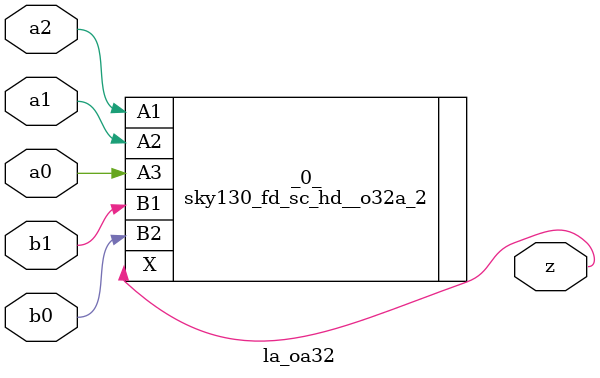
<source format=v>

module la_oa32(a0, a1, a2, b0, b1, z);
  input a0;
  input a1;
  input a2;
  input b0;
  input b1;
  output z;
  sky130_fd_sc_hd__o32a_2 _0_ (
    .A1(a2),
    .A2(a1),
    .A3(a0),
    .B1(b1),
    .B2(b0),
    .X(z)
  );
endmodule

</source>
